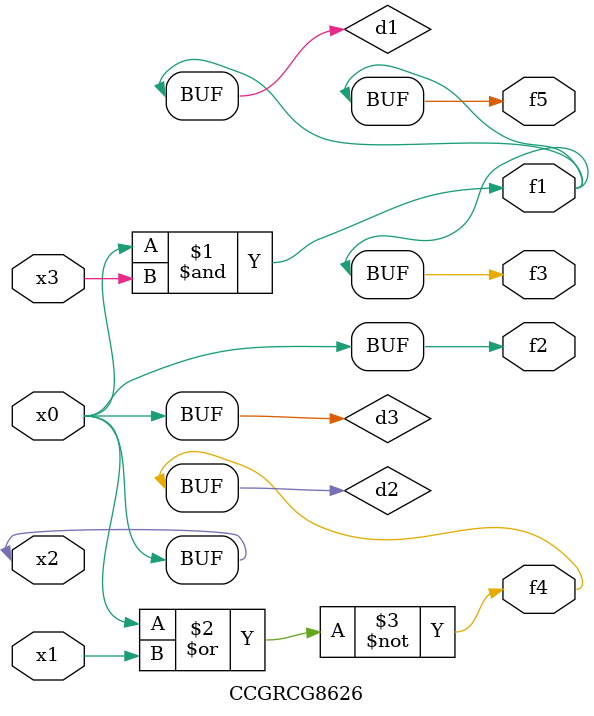
<source format=v>
module CCGRCG8626(
	input x0, x1, x2, x3,
	output f1, f2, f3, f4, f5
);

	wire d1, d2, d3;

	and (d1, x2, x3);
	nor (d2, x0, x1);
	buf (d3, x0, x2);
	assign f1 = d1;
	assign f2 = d3;
	assign f3 = d1;
	assign f4 = d2;
	assign f5 = d1;
endmodule

</source>
